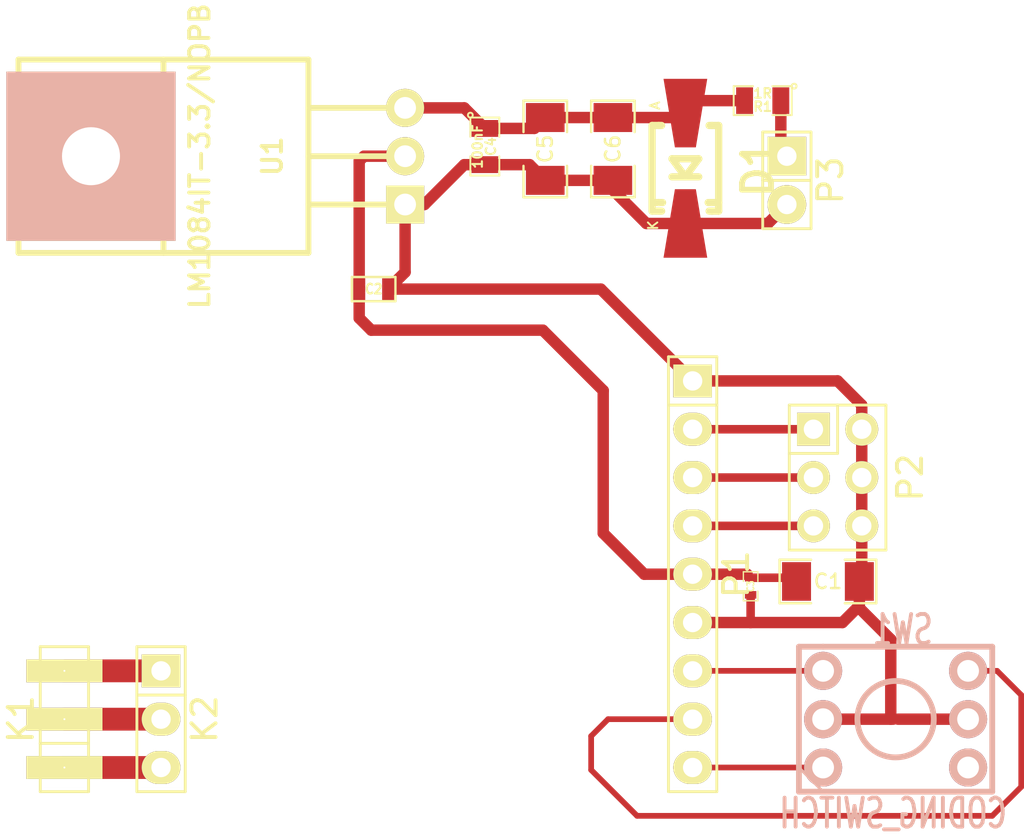
<source format=kicad_pcb>
(kicad_pcb (version 20221018) (generator pcbnew)
  (layers (0 "F.Cu" signal) (31 "B.Cu" signal) (34 "B.Paste" user) (35 "F.Paste" user) (36 "B.SilkS" user) (37 "F.SilkS" user) (38 "B.Mask" user) (39 "F.Mask" user) (44 "Edge.Cuts" user))
  (net 0 "")
  (net 1 "VCC")
  (net 2 "GND")
  (net 3 "Net-(C4-Pad1)")
  (net 4 "Net-(K1-Pad1)")
  (net 5 "Net-(K1-Pad2)")
  (net 6 "Net-(K1-Pad3)")
  (net 7 "Net-(P1-Pad2)")
  (net 8 "Net-(P1-Pad3)")
  (net 9 "Net-(P1-Pad4)")
  (net 10 "Net-(P1-Pad7)")
  (net 11 "Net-(P1-Pad8)")
  (net 12 "Net-(P1-Pad9)")
  (net 13 "Net-(P3-Pad1)")
  (net 14 "Net-(SW1-Pad5)")
  (footprint "SMD_Packages:SMD-1206" (layer "F.Cu") (at 214.122 127.381)
    (fp_text reference "C1" (at 0 0) (layer "F.SilkS") (effects (font (size 0.762 0.762) (thickness 0.127))))
    (fp_text value "100uF" hide)
    (fp_line (start -2.54 -1.143) (end -2.54 1.143) (stroke (width 0.127)) (layer "F.SilkS"))
    (fp_line (start -2.54 1.143) (end -0.889 1.143) (stroke (width 0.127)) (layer "F.SilkS"))
    (fp_line (start -0.889 -1.143) (end -2.54 -1.143) (stroke (width 0.127)) (layer "F.SilkS"))
    (fp_line (start 0.889 -1.143) (end 2.54 -1.143) (stroke (width 0.127)) (layer "F.SilkS"))
    (fp_line (start 2.54 -1.143) (end 2.54 1.143) (stroke (width 0.127)) (layer "F.SilkS"))
    (fp_line (start 2.54 1.143) (end 0.889 1.143) (stroke (width 0.127)) (layer "F.SilkS"))
    (pad "1" smd rect (at -1.651 0) (size 1.524 2.032) (layers "F.Cu" "F.Paste" "F.Mask") (net 1 "VCC"))
    (pad "2" smd rect (at 1.651 0) (size 1.524 2.032) (layers "F.Cu" "F.Paste" "F.Mask") (net 2 "GND"))
  )
  (footprint "SMD_Packages:SMD-0603" (layer "F.Cu") (at 190.246 112.014)
    (fp_text reference "C2" (at 0 0) (layer "F.SilkS") (effects (font (size 0.508 0.4572) (thickness 0.1143))))
    (fp_text value "1uF" hide)
    (fp_line (start -1.143 -0.635) (end 1.143 -0.635) (stroke (width 0.127)) (layer "F.SilkS"))
    (fp_line (start -1.143 0.635) (end -1.143 -0.635) (stroke (width 0.127)) (layer "F.SilkS"))
    (fp_line (start 1.143 -0.635) (end 1.143 0.635) (stroke (width 0.127)) (layer "F.SilkS"))
    (fp_line (start 1.143 0.635) (end -1.143 0.635) (stroke (width 0.127)) (layer "F.SilkS"))
    (pad "1" smd rect (at -0.762 0) (size 0.635 1.143) (layers "F.Cu" "F.Paste" "F.Mask") (net 1 "VCC"))
    (pad "2" smd rect (at 0.762 0) (size 0.635 1.143) (layers "F.Cu" "F.Paste" "F.Mask") (net 2 "GND"))
  )
  (footprint "SMD_Packages:SMD-0402" (layer "F.Cu") (at 210.058 127.635 -90)
    (fp_text reference "C3" (at 0 0 270) (layer "F.SilkS") (effects (font (size 0.35052 0.3048) (thickness 0.07112))))
    (fp_text value "100nF" hide)
    (fp_line (start -0.762 -0.381) (end -0.762 0.381) (stroke (width 0.07112)) (layer "F.SilkS"))
    (fp_line (start -0.762 0.381) (end -0.254 0.381) (stroke (width 0.07112)) (layer "F.SilkS"))
    (fp_line (start -0.254 -0.381) (end -0.762 -0.381) (stroke (width 0.07112)) (layer "F.SilkS"))
    (fp_line (start 0.254 -0.381) (end 0.762 -0.381) (stroke (width 0.07112)) (layer "F.SilkS"))
    (fp_line (start 0.762 -0.381) (end 0.762 0.381) (stroke (width 0.07112)) (layer "F.SilkS"))
    (fp_line (start 0.762 0.381) (end 0.254 0.381) (stroke (width 0.07112)) (layer "F.SilkS"))
    (pad "1" smd rect (at -0.44958 0 270) (size 0.39878 0.59944) (layers "F.Cu" "F.Paste" "F.Mask") (net 1 "VCC"))
    (pad "2" smd rect (at 0.44958 0 270) (size 0.39878 0.59944) (layers "F.Cu" "F.Paste" "F.Mask") (net 2 "GND"))
  )
  (footprint "SMD_Packages:SMD-0805" (layer "F.Cu") (at 196.088 104.521 -90)
    (fp_text reference "C4" (at 0 -0.3175 270) (layer "F.SilkS") (effects (font (size 0.50038 0.50038) (thickness 0.10922))))
    (fp_text value "100nF" (at 0 0.381 270) (layer "F.SilkS") (effects (font (size 0.50038 0.50038) (thickness 0.10922))))
    (fp_line (start -1.524 -0.762) (end -0.508 -0.762) (stroke (width 0.09906)) (layer "F.SilkS"))
    (fp_line (start -1.524 0.762) (end -1.524 -0.762) (stroke (width 0.09906)) (layer "F.SilkS"))
    (fp_line (start -0.508 0.762) (end -1.524 0.762) (stroke (width 0.09906)) (layer "F.SilkS"))
    (fp_line (start 0.508 -0.762) (end 1.524 -0.762) (stroke (width 0.09906)) (layer "F.SilkS"))
    (fp_line (start 1.524 -0.762) (end 1.524 0.762) (stroke (width 0.09906)) (layer "F.SilkS"))
    (fp_line (start 1.524 0.762) (end 0.508 0.762) (stroke (width 0.09906)) (layer "F.SilkS"))
    (fp_circle (center -1.651 0.762) (end -1.651 0.635) (stroke (width 0.09906)) (fill none) (layer "F.SilkS"))
    (pad "1" smd rect (at -0.9525 0 270) (size 0.889 1.397) (layers "F.Cu" "F.Paste" "F.Mask") (net 3 "Net-(C4-Pad1)"))
    (pad "2" smd rect (at 0.9525 0 270) (size 0.889 1.397) (layers "F.Cu" "F.Paste" "F.Mask") (net 2 "GND"))
  )
  (footprint "SMD_Packages:SMD-1206" (layer "F.Cu") (at 199.263 104.648 -90)
    (fp_text reference "C5" (at 0 0 270) (layer "F.SilkS") (effects (font (size 0.762 0.762) (thickness 0.127))))
    (fp_text value "1uF" hide)
    (fp_line (start -2.54 -1.143) (end -2.54 1.143) (stroke (width 0.127)) (layer "F.SilkS"))
    (fp_line (start -2.54 1.143) (end -0.889 1.143) (stroke (width 0.127)) (layer "F.SilkS"))
    (fp_line (start -0.889 -1.143) (end -2.54 -1.143) (stroke (width 0.127)) (layer "F.SilkS"))
    (fp_line (start 0.889 -1.143) (end 2.54 -1.143) (stroke (width 0.127)) (layer "F.SilkS"))
    (fp_line (start 2.54 -1.143) (end 2.54 1.143) (stroke (width 0.127)) (layer "F.SilkS"))
    (fp_line (start 2.54 1.143) (end 0.889 1.143) (stroke (width 0.127)) (layer "F.SilkS"))
    (pad "1" smd rect (at -1.651 0 270) (size 1.524 2.032) (layers "F.Cu" "F.Paste" "F.Mask") (net 3 "Net-(C4-Pad1)"))
    (pad "2" smd rect (at 1.651 0 270) (size 1.524 2.032) (layers "F.Cu" "F.Paste" "F.Mask") (net 2 "GND"))
  )
  (footprint "SMD_Packages:SMD-1206" (layer "F.Cu") (at 202.819 104.648 -90)
    (fp_text reference "C6" (at 0 0 270) (layer "F.SilkS") (effects (font (size 0.762 0.762) (thickness 0.127))))
    (fp_text value "100uF" hide)
    (fp_line (start -2.54 -1.143) (end -2.54 1.143) (stroke (width 0.127)) (layer "F.SilkS"))
    (fp_line (start -2.54 1.143) (end -0.889 1.143) (stroke (width 0.127)) (layer "F.SilkS"))
    (fp_line (start -0.889 -1.143) (end -2.54 -1.143) (stroke (width 0.127)) (layer "F.SilkS"))
    (fp_line (start 0.889 -1.143) (end 2.54 -1.143) (stroke (width 0.127)) (layer "F.SilkS"))
    (fp_line (start 2.54 -1.143) (end 2.54 1.143) (stroke (width 0.127)) (layer "F.SilkS"))
    (fp_line (start 2.54 1.143) (end 0.889 1.143) (stroke (width 0.127)) (layer "F.SilkS"))
    (pad "1" smd rect (at -1.651 0 270) (size 1.524 2.032) (layers "F.Cu" "F.Paste" "F.Mask") (net 3 "Net-(C4-Pad1)"))
    (pad "2" smd rect (at 1.651 0 270) (size 1.524 2.032) (layers "F.Cu" "F.Paste" "F.Mask") (net 2 "GND"))
  )
  (footprint "Diodes_SMD:Diode-Universal-SMA-SMB_Handsoldering" (layer "F.Cu") (at 206.629 105.664 -90)
    (fp_text reference "D1" (at 0 -3.81 270) (layer "F.SilkS") (effects (font (size 1.524 1.524) (thickness 0.3048))))
    (fp_text value "TVS" hide)
    (fp_text user "K" (at 2.99974 1.69926 270) (layer "F.SilkS") (effects (font (size 0.50038 0.50038) (thickness 0.09906))))
    (fp_text user "A" (at -3.29946 1.6002 270) (layer "F.SilkS") (effects (font (size 0.50038 0.50038) (thickness 0.09906))))
    (fp_line (start -2.25044 -1.75006) (end -2.25044 -1.39954) (stroke (width 0.381)) (layer "F.SilkS"))
    (fp_line (start -2.25044 -1.75006) (end 2.25044 -1.75006) (stroke (width 0.381)) (layer "F.SilkS"))
    (fp_line (start -2.25044 -1.39954) (end -2.25044 -1.24968) (stroke (width 0.381)) (layer "F.SilkS"))
    (fp_line (start -2.25044 1.39954) (end -2.25044 1.24968) (stroke (width 0.381)) (layer "F.SilkS"))
    (fp_line (start -2.25044 1.75006) (end -2.25044 1.39954) (stroke (width 0.381)) (layer "F.SilkS"))
    (fp_line (start -2.25044 1.75006) (end 2.25044 1.75006) (stroke (width 0.381)) (layer "F.SilkS"))
    (fp_line (start -0.50038 -0.70104) (end -0.50038 0.70104) (stroke (width 0.381)) (layer "F.SilkS"))
    (fp_line (start -0.50038 0.70104) (end 0.44958 0) (stroke (width 0.381)) (layer "F.SilkS"))
    (fp_line (start 0.44958 -0.70104) (end 0.44958 0.70104) (stroke (width 0.381)) (layer "F.SilkS"))
    (fp_line (start 0.44958 0) (end -0.50038 -0.70104) (stroke (width 0.381)) (layer "F.SilkS"))
    (fp_line (start 1.80086 -1.75006) (end 1.80086 -1.39954) (stroke (width 0.381)) (layer "F.SilkS"))
    (fp_line (start 1.80086 -1.34874) (end 1.80086 -1.19888) (stroke (width 0.381)) (layer "F.SilkS"))
    (fp_line (start 1.80086 1.39954) (end 1.80086 1.19888) (stroke (width 0.381)) (layer "F.SilkS"))
    (fp_line (start 1.80086 1.75006) (end 1.80086 1.39954) (stroke (width 0.381)) (layer "F.SilkS"))
    (fp_line (start 2.25044 -1.75006) (end 2.25044 -1.39954) (stroke (width 0.381)) (layer "F.SilkS"))
    (fp_line (start 2.25044 -1.39954) (end 2.25044 -1.24968) (stroke (width 0.381)) (layer "F.SilkS"))
    (fp_line (start 2.25044 1.34874) (end 2.25044 1.24968) (stroke (width 0.381)) (layer "F.SilkS"))
    (fp_line (start 2.25044 1.75006) (end 2.25044 1.39954) (stroke (width 0.381)) (layer "F.SilkS"))
    (pad "1" smd trapezoid (at -2.90068 0 270) (size 3.60172 1.69926) (rect_delta 0.59944 0) (layers "F.Cu" "F.Paste" "F.Mask") (net 3 "Net-(C4-Pad1)"))
    (pad "2" smd trapezoid (at 2.90068 0 90) (size 3.60172 1.69926) (rect_delta 0.59944 0) (layers "F.Cu" "F.Paste" "F.Mask") (net 2 "GND"))
  )
  (footprint "Pin_Headers:Pin_Header_Straight_1x03" (layer "F.Cu") (at 173.99 134.62 90)
    (fp_text reference "K1" (at 0 -2.286 90) (layer "F.SilkS") (effects (font (size 1.27 1.27) (thickness 0.2032))))
    (fp_text value "CONN_3" hide)
    (fp_line (start -3.81 -1.27) (end -3.81 1.27) (stroke (width 0.15)) (layer "F.SilkS"))
    (fp_line (start -3.81 -1.27) (end -1.27 -1.27) (stroke (width 0.15)) (layer "F.SilkS"))
    (fp_line (start -3.81 1.27) (end -1.27 1.27) (stroke (width 0.15)) (layer "F.SilkS"))
    (fp_line (start -1.27 -1.27) (end -1.27 1.27) (stroke (width 0.15)) (layer "F.SilkS"))
    (fp_line (start -1.27 1.27) (end 3.81 1.27) (stroke (width 0.15)) (layer "F.SilkS"))
    (fp_line (start 3.81 -1.27) (end -1.27 -1.27) (stroke (width 0.15)) (layer "F.SilkS"))
    (fp_line (start 3.81 1.27) (end 3.81 -1.27) (stroke (width 0.15)) (layer "F.SilkS"))
    (pad "1" thru_hole rect (at -2.54 0 90) (size 1.2 4) (drill 0.1) (layers "*.Cu" "*.Mask" "F.SilkS") (net 4 "Net-(K1-Pad1)"))
    (pad "2" thru_hole rect (at 0 0 90) (size 1.2 4) (drill 0.1) (layers "*.Cu" "*.Mask" "F.SilkS") (net 5 "Net-(K1-Pad2)"))
    (pad "3" thru_hole rect (at 2.54 0 90) (size 1.2 4) (drill 0.1) (layers "*.Cu" "*.Mask" "F.SilkS") (net 6 "Net-(K1-Pad3)"))
  )
  (footprint "Pin_Headers:Pin_Header_Straight_1x03" (layer "F.Cu") (at 179.07 134.62 -90)
    (fp_text reference "K2" (at 0 -2.286 270) (layer "F.SilkS") (effects (font (size 1.27 1.27) (thickness 0.2032))))
    (fp_text value "CONN_3" hide)
    (fp_line (start -3.81 -1.27) (end -3.81 1.27) (stroke (width 0.15)) (layer "F.SilkS"))
    (fp_line (start -3.81 -1.27) (end -1.27 -1.27) (stroke (width 0.15)) (layer "F.SilkS"))
    (fp_line (start -3.81 1.27) (end -1.27 1.27) (stroke (width 0.15)) (layer "F.SilkS"))
    (fp_line (start -1.27 -1.27) (end -1.27 1.27) (stroke (width 0.15)) (layer "F.SilkS"))
    (fp_line (start -1.27 1.27) (end 3.81 1.27) (stroke (width 0.15)) (layer "F.SilkS"))
    (fp_line (start 3.81 -1.27) (end -1.27 -1.27) (stroke (width 0.15)) (layer "F.SilkS"))
    (fp_line (start 3.81 1.27) (end 3.81 -1.27) (stroke (width 0.15)) (layer "F.SilkS"))
    (pad "1" thru_hole rect (at -2.54 0 270) (size 1.7272 2.032) (drill 1.016) (layers "*.Cu" "*.Mask" "F.SilkS") (net 6 "Net-(K1-Pad3)"))
    (pad "2" thru_hole oval (at 0 0 270) (size 1.7272 2.032) (drill 1.016) (layers "*.Cu" "*.Mask" "F.SilkS") (net 5 "Net-(K1-Pad2)"))
    (pad "3" thru_hole oval (at 2.54 0 270) (size 1.7272 2.032) (drill 1.016) (layers "*.Cu" "*.Mask" "F.SilkS") (net 4 "Net-(K1-Pad1)"))
  )
  (footprint "Pin_Headers:Pin_Header_Straight_1x09" (layer "F.Cu") (at 207.01 127 -90)
    (fp_text reference "P1" (at 0 -2.286 270) (layer "F.SilkS") (effects (font (size 1.27 1.27) (thickness 0.2032))))
    (fp_text value "CONN_9" hide)
    (fp_line (start -11.43 -1.27) (end -11.43 1.27) (stroke (width 0.15)) (layer "F.SilkS"))
    (fp_line (start -11.43 -1.27) (end -8.89 -1.27) (stroke (width 0.15)) (layer "F.SilkS"))
    (fp_line (start -11.43 1.27) (end -8.89 1.27) (stroke (width 0.15)) (layer "F.SilkS"))
    (fp_line (start -8.89 -1.27) (end -8.89 1.27) (stroke (width 0.15)) (layer "F.SilkS"))
    (fp_line (start -8.89 -1.27) (end 11.43 -1.27) (stroke (width 0.15)) (layer "F.SilkS"))
    (fp_line (start 11.43 -1.27) (end 11.43 1.27) (stroke (width 0.15)) (layer "F.SilkS"))
    (fp_line (start 11.43 1.27) (end -8.89 1.27) (stroke (width 0.15)) (layer "F.SilkS"))
    (pad "1" thru_hole rect (at -10.16 0 270) (size 1.7272 2.032) (drill 1.016) (layers "*.Cu" "*.Mask" "F.SilkS") (net 2 "GND"))
    (pad "2" thru_hole oval (at -7.62 0 270) (size 1.7272 2.032) (drill 1.016) (layers "*.Cu" "*.Mask" "F.SilkS") (net 7 "Net-(P1-Pad2)"))
    (pad "3" thru_hole oval (at -5.08 0 270) (size 1.7272 2.032) (drill 1.016) (layers "*.Cu" "*.Mask" "F.SilkS") (net 8 "Net-(P1-Pad3)"))
    (pad "4" thru_hole oval (at -2.54 0 270) (size 1.7272 2.032) (drill 1.016) (layers "*.Cu" "*.Mask" "F.SilkS") (net 9 "Net-(P1-Pad4)"))
    (pad "5" thru_hole oval (at 0 0 270) (size 1.7272 2.032) (drill 1.016) (layers "*.Cu" "*.Mask" "F.SilkS") (net 1 "VCC"))
    (pad "6" thru_hole oval (at 2.54 0 270) (size 1.7272 2.032) (drill 1.016) (layers "*.Cu" "*.Mask" "F.SilkS") (net 2 "GND"))
    (pad "7" thru_hole oval (at 5.08 0 270) (size 1.7272 2.032) (drill 1.016) (layers "*.Cu" "*.Mask" "F.SilkS") (net 10 "Net-(P1-Pad7)"))
    (pad "8" thru_hole oval (at 7.62 0 270) (size 1.7272 2.032) (drill 1.016) (layers "*.Cu" "*.Mask" "F.SilkS") (net 11 "Net-(P1-Pad8)"))
    (pad "9" thru_hole oval (at 10.16 0 270) (size 1.7272 2.032) (drill 1.016) (layers "*.Cu" "*.Mask" "F.SilkS") (net 12 "Net-(P1-Pad9)"))
  )
  (footprint "Pin_Headers:Pin_Header_Straight_2x03" (layer "F.Cu") (at 214.63 121.92 -90)
    (fp_text reference "P2" (at 0 -3.81 270) (layer "F.SilkS") (effects (font (size 1.27 1.27) (thickness 0.2032))))
    (fp_text value "CONN_3X2" hide)
    (fp_line (start -3.81 -2.54) (end -3.81 0) (stroke (width 0.15)) (layer "F.SilkS"))
    (fp_line (start -3.81 0) (end -1.27 0) (stroke (width 0.15)) (layer "F.SilkS"))
    (fp_line (start -3.81 2.54) (end -3.81 0) (stroke (width 0.15)) (layer "F.SilkS"))
    (fp_line (start -3.81 2.54) (end 3.81 2.54) (stroke (width 0.15)) (layer "F.SilkS"))
    (fp_line (start -1.27 -2.54) (end -3.81 -2.54) (stroke (width 0.15)) (layer "F.SilkS"))
    (fp_line (start -1.27 0) (end -1.27 2.54) (stroke (width 0.15)) (layer "F.SilkS"))
    (fp_line (start 3.81 -2.54) (end -1.27 -2.54) (stroke (width 0.15)) (layer "F.SilkS"))
    (fp_line (start 3.81 2.54) (end 3.81 -2.54) (stroke (width 0.15)) (layer "F.SilkS"))
    (pad "1" thru_hole rect (at -2.54 1.27 270) (size 1.7272 1.7272) (drill 1.016) (layers "*.Cu" "*.Mask" "F.SilkS") (net 7 "Net-(P1-Pad2)"))
    (pad "2" thru_hole oval (at -2.54 -1.27 270) (size 1.7272 1.7272) (drill 1.016) (layers "*.Cu" "*.Mask" "F.SilkS") (net 2 "GND"))
    (pad "3" thru_hole oval (at 0 1.27 270) (size 1.7272 1.7272) (drill 1.016) (layers "*.Cu" "*.Mask" "F.SilkS") (net 8 "Net-(P1-Pad3)"))
    (pad "4" thru_hole oval (at 0 -1.27 270) (size 1.7272 1.7272) (drill 1.016) (layers "*.Cu" "*.Mask" "F.SilkS") (net 2 "GND"))
    (pad "5" thru_hole oval (at 2.54 1.27 270) (size 1.7272 1.7272) (drill 1.016) (layers "*.Cu" "*.Mask" "F.SilkS") (net 9 "Net-(P1-Pad4)"))
    (pad "6" thru_hole oval (at 2.54 -1.27 270) (size 1.7272 1.7272) (drill 1.016) (layers "*.Cu" "*.Mask" "F.SilkS") (net 2 "GND"))
  )
  (footprint "Pin_Headers:Pin_Header_Straight_1x02" (layer "F.Cu") (at 211.963 106.299 -90)
    (fp_text reference "P3" (at 0 -2.286 270) (layer "F.SilkS") (effects (font (size 1.27 1.27) (thickness 0.2032))))
    (fp_text value "CONN_2" hide)
    (fp_line (start -2.54 -1.27) (end -2.54 1.27) (stroke (width 0.15)) (layer "F.SilkS"))
    (fp_line (start -2.54 1.27) (end 0 1.27) (stroke (width 0.15)) (layer "F.SilkS"))
    (fp_line (start 0 -1.27) (end 0 1.27) (stroke (width 0.15)) (layer "F.SilkS"))
    (fp_line (start 0 1.27) (end 2.54 1.27) (stroke (width 0.15)) (layer "F.SilkS"))
    (fp_line (start 2.54 -1.27) (end -2.54 -1.27) (stroke (width 0.15)) (layer "F.SilkS"))
    (fp_line (start 2.54 1.27) (end 2.54 -1.27) (stroke (width 0.15)) (layer "F.SilkS"))
    (pad "1" thru_hole rect (at -1.27 0 270) (size 2.032 2.032) (drill 1.016) (layers "*.Cu" "*.Mask" "F.SilkS") (net 13 "Net-(P3-Pad1)"))
    (pad "2" thru_hole oval (at 1.27 0 270) (size 2.032 2.032) (drill 1.016) (layers "*.Cu" "*.Mask" "F.SilkS") (net 2 "GND"))
  )
  (footprint "SMD_Packages:SMD-0805" (layer "F.Cu") (at 210.693 102.108 180)
    (fp_text reference "R1" (at 0 -0.3175 180) (layer "F.SilkS") (effects (font (size 0.50038 0.50038) (thickness 0.10922))))
    (fp_text value "1R" (at 0 0.381 180) (layer "F.SilkS") (effects (font (size 0.50038 0.50038) (thickness 0.10922))))
    (fp_line (start -1.524 -0.762) (end -0.508 -0.762) (stroke (width 0.09906)) (layer "F.SilkS"))
    (fp_line (start -1.524 0.762) (end -1.524 -0.762) (stroke (width 0.09906)) (layer "F.SilkS"))
    (fp_line (start -0.508 0.762) (end -1.524 0.762) (stroke (width 0.09906)) (layer "F.SilkS"))
    (fp_line (start 0.508 -0.762) (end 1.524 -0.762) (stroke (width 0.09906)) (layer "F.SilkS"))
    (fp_line (start 1.524 -0.762) (end 1.524 0.762) (stroke (width 0.09906)) (layer "F.SilkS"))
    (fp_line (start 1.524 0.762) (end 0.508 0.762) (stroke (width 0.09906)) (layer "F.SilkS"))
    (fp_circle (center -1.651 0.762) (end -1.651 0.635) (stroke (width 0.09906)) (fill none) (layer "F.SilkS"))
    (pad "1" smd rect (at -0.9525 0 180) (size 0.889 1.397) (layers "F.Cu" "F.Paste" "F.Mask") (net 13 "Net-(P3-Pad1)"))
    (pad "2" smd rect (at 0.9525 0 180) (size 0.889 1.397) (layers "F.Cu" "F.Paste" "F.Mask") (net 3 "Net-(C4-Pad1)"))
  )
  (footprint "Toni:TO220_123" (layer "F.Cu") (at 191.897 105.029 180)
    (fp_text reference "U1" (at 6.985 0 270) (layer "F.SilkS") (effects (font (size 1.016 1.016) (thickness 0.2032))))
    (fp_text value "LM1084IT-3.3/NOPB" (at 10.795 0 270) (layer "F.SilkS") (effects (font (size 1.016 1.016) (thickness 0.2032))))
    (fp_line (start 0 -2.54) (end 5.08 -2.54) (stroke (width 0.3048)) (layer "F.SilkS"))
    (fp_line (start 0 0) (end 5.08 0) (stroke (width 0.3048)) (layer "F.SilkS"))
    (fp_line (start 0 2.54) (end 5.08 2.54) (stroke (width 0.3048)) (layer "F.SilkS"))
    (fp_line (start 5.08 -5.08) (end 5.08 5.08) (stroke (width 0.3048)) (layer "F.SilkS"))
    (fp_line (start 5.08 5.08) (end 20.32 5.08) (stroke (width 0.3048)) (layer "F.SilkS"))
    (fp_line (start 12.7 3.81) (end 12.7 -5.08) (stroke (width 0.3048)) (layer "F.SilkS"))
    (fp_line (start 12.7 3.81) (end 12.7 5.08) (stroke (width 0.3048)) (layer "F.SilkS"))
    (fp_line (start 20.32 -5.08) (end 5.08 -5.08) (stroke (width 0.3048)) (layer "F.SilkS"))
    (fp_line (start 20.32 5.08) (end 20.32 -5.08) (stroke (width 0.3048)) (layer "F.SilkS"))
    (pad "1" thru_hole rect (at 0 -2.54 180) (size 2 2) (drill 1.143) (layers "*.Cu" "*.Mask" "F.SilkS") (net 2 "GND"))
    (pad "2" thru_hole circle (at 0 0 180) (size 2 2) (drill 1.143) (layers "*.Cu" "*.Mask" "F.SilkS") (net 1 "VCC"))
    (pad "2" thru_hole rect (at 16.51 0 180) (size 8.89 8.89) (drill 3.048) (layers "*.Cu" "*.SilkS" "*.Mask") (net 1 "VCC"))
    (pad "3" thru_hole circle (at 0 2.54 180) (size 2 2) (drill 1.143) (layers "*.Cu" "*.Mask" "F.SilkS") (net 3 "Net-(C4-Pad1)"))
  )
  (footprint "Toni:KDR_10" (layer "B.Cu") (at 217.678 134.62)
    (fp_text reference "SW1" (at 0.381 -4.699) (layer "B.SilkS") (effects (font (size 1.524 1.016) (thickness 0.2032)) (justify mirror)))
    (fp_text value "CODING_SWITCH" (at -0.127 4.953) (layer "B.SilkS") (effects (font (size 1.524 1.016) (thickness 0.2032)) (justify mirror)))
    (fp_line (start -5.08 -3.81) (end -3.81 -3.81) (stroke (width 0.3048)) (layer "B.SilkS"))
    (fp_line (start -5.08 2.54) (end -3.81 3.81) (stroke (width 0.15)) (layer "B.SilkS"))
    (fp_line (start -5.08 3.81) (end -5.08 -3.81) (stroke (width 0.3048)) (layer "B.SilkS"))
    (fp_line (start -3.81 -3.81) (end 5.08 -3.81) (stroke (width 0.3048)) (layer "B.SilkS"))
    (fp_line (start 5.08 -3.81) (end 5.08 3.81) (stroke (width 0.3048)) (layer "B.SilkS"))
    (fp_line (start 5.08 3.81) (end -5.08 3.81) (stroke (width 0.3048)) (layer "B.SilkS"))
    (fp_circle (center 0 0) (end 1.905 -0.635) (stroke (width 0.3048)) (fill none) (layer "B.SilkS"))
    (pad "1" thru_hole circle (at -3.81 0) (size 2 2) (drill 1.143) (layers "*.Cu" "*.Mask" "B.SilkS") (net 2 "GND"))
    (pad "1" thru_hole circle (at 3.81 0) (size 2 2) (drill 1.143) (layers "*.Cu" "*.Mask" "B.SilkS") (net 2 "GND"))
    (pad "2" thru_hole circle (at -3.81 2.54) (size 2 2) (drill 1.143) (layers "*.Cu" "*.Mask" "B.SilkS") (net 12 "Net-(P1-Pad9)"))
    (pad "3" thru_hole circle (at 3.81 -2.54) (size 2 2) (drill 1.143) (layers "*.Cu" "*.Mask" "B.SilkS") (net 11 "Net-(P1-Pad8)"))
    (pad "4" thru_hole circle (at -3.81 -2.54) (size 2 2) (drill 1.143) (layers "*.Cu" "*.Mask" "B.SilkS") (net 10 "Net-(P1-Pad7)"))
    (pad "5" thru_hole circle (at 3.81 2.54) (size 2 2) (drill 1.143) (layers "*.Cu" "*.Mask" "B.SilkS") (net 14 "Net-(SW1-Pad5)"))
  )
  (segment (start 209.87258 127) (end 210.058 127.18542) (width 0.3) (layer "F.Cu") (net 1))
  (segment (start 189.738 105.029) (end 189.484 105.283) (width 0.6) (layer "F.Cu") (net 1))
  (segment (start 189.484 105.283) (end 189.484 112.014) (width 0.6) (layer "F.Cu") (net 1))
  (segment (start 189.484 113.538) (end 190.119 114.173) (width 0.6) (layer "F.Cu") (net 1))
  (segment (start 190.119 114.173) (end 199.136 114.173) (width 0.6) (layer "F.Cu") (net 1))
  (segment (start 199.136 114.173) (end 202.311 117.348) (width 0.6) (layer "F.Cu") (net 1))
  (segment (start 202.311 117.348) (end 202.311 124.841) (width 0.6) (layer "F.Cu") (net 1))
  (segment (start 202.311 124.841) (end 204.47 127) (width 0.6) (layer "F.Cu") (net 1))
  (segment (start 204.47 127) (end 207.01 127) (width 0.6) (layer "F.Cu") (net 1))
  (segment (start 212.27542 127.18542) (end 212.471 127.381) (width 0.45) (layer "F.Cu") (net 1))
  (segment (start 191.897 105.029) (end 189.738 105.029) (width 0.6) (layer "F.Cu") (net 1))
  (segment (start 207.01 127) (end 209.87258 127) (width 0.6) (layer "F.Cu") (net 1))
  (segment (start 189.484 112.014) (end 189.484 113.538) (width 0.6) (layer "F.Cu") (net 1))
  (segment (start 210.058 127.18542) (end 212.27542 127.18542) (width 0.45) (layer "F.Cu") (net 1))
  (segment (start 214.63 116.84) (end 215.9 118.11) (width 0.6) (layer "F.Cu") (net 2))
  (segment (start 215.9 118.11) (end 215.9 119.38) (width 0.6) (layer "F.Cu") (net 2))
  (segment (start 217.805 134.62) (end 221.488 134.62) (width 0.6) (layer "F.Cu") (net 2))
  (segment (start 202.819 106.807) (end 204.57668 108.56468) (width 0.6) (layer "F.Cu") (net 2))
  (segment (start 204.57668 108.56468) (end 206.629 108.56468) (width 0.6) (layer "F.Cu") (net 2))
  (segment (start 210.96732 108.56468) (end 211.963 107.569) (width 0.6) (layer "F.Cu") (net 2))
  (segment (start 198.4375 105.4735) (end 199.263 106.299) (width 0.6) (layer "F.Cu") (net 2))
  (segment (start 192.913 107.569) (end 195.0085 105.4735) (width 0.6) (layer "F.Cu") (net 2))
  (segment (start 195.0085 105.4735) (end 196.088 105.4735) (width 0.6) (layer "F.Cu") (net 2))
  (segment (start 191.897 111.125) (end 191.008 112.014) (width 0.6) (layer "F.Cu") (net 2))
  (segment (start 202.184 112.014) (end 207.01 116.84) (width 0.6) (layer "F.Cu") (net 2))
  (segment (start 214.884 129.54) (end 215.773 128.651) (width 0.6) (layer "F.Cu") (net 2))
  (segment (start 215.773 128.651) (end 215.773 128.778) (width 0.45) (layer "F.Cu") (net 2))
  (segment (start 215.773 128.778) (end 215.773 127.381) (width 0.6) (layer "F.Cu") (net 2))
  (segment (start 217.424 130.429) (end 217.424 134.62) (width 0.6) (layer "F.Cu") (net 2))
  (segment (start 217.424 134.62) (end 217.551 134.62) (width 0.45) (layer "F.Cu") (net 2))
  (segment (start 217.551 134.62) (end 217.805 134.62) (width 0.3) (layer "F.Cu") (net 2))
  (segment (start 215.9 127.254) (end 215.773 127.381) (width 0.45) (layer "F.Cu") (net 2))
  (segment (start 191.008 112.014) (end 202.184 112.014) (width 0.6) (layer "F.Cu") (net 2))
  (segment (start 210.058 129.54) (end 214.884 129.54) (width 0.6) (layer "F.Cu") (net 2))
  (segment (start 207.01 129.54) (end 210.058 129.54) (width 0.6) (layer "F.Cu") (net 2))
  (segment (start 199.263 106.299) (end 202.819 106.299) (width 0.6) (layer "F.Cu") (net 2))
  (segment (start 213.868 134.62) (end 217.551 134.62) (width 0.6) (layer "F.Cu") (net 2))
  (segment (start 207.01 116.84) (end 214.63 116.84) (width 0.6) (layer "F.Cu") (net 2))
  (segment (start 215.9 124.46) (end 215.9 121.92) (width 0.6) (layer "F.Cu") (net 2))
  (segment (start 202.819 106.299) (end 202.819 106.807) (width 0.3) (layer "F.Cu") (net 2))
  (segment (start 215.773 128.778) (end 217.424 130.429) (width 0.6) (layer "F.Cu") (net 2))
  (segment (start 196.088 105.4735) (end 198.4375 105.4735) (width 0.6) (layer "F.Cu") (net 2))
  (segment (start 215.9 124.46) (end 215.9 127.254) (width 0.6) (layer "F.Cu") (net 2))
  (segment (start 191.897 107.569) (end 191.897 111.125) (width 0.6) (layer "F.Cu") (net 2))
  (segment (start 191.897 107.569) (end 192.913 107.569) (width 0.6) (layer "F.Cu") (net 2))
  (segment (start 210.058 128.08458) (end 210.058 129.54) (width 0.45) (layer "F.Cu") (net 2))
  (segment (start 215.9 121.92) (end 215.9 119.38) (width 0.6) (layer "F.Cu") (net 2))
  (segment (start 206.629 108.56468) (end 210.96732 108.56468) (width 0.6) (layer "F.Cu") (net 2))
  (segment (start 207.28432 102.108) (end 206.629 102.76332) (width 0.3) (layer "F.Cu") (net 3))
  (segment (start 206.39532 102.997) (end 206.629 102.76332) (width 0.3) (layer "F.Cu") (net 3))
  (segment (start 198.6915 103.5685) (end 199.263 102.997) (width 0.6) (layer "F.Cu") (net 3))
  (segment (start 195.0085 102.489) (end 196.088 103.5685) (width 0.6) (layer "F.Cu") (net 3))
  (segment (start 202.819 102.997) (end 199.263 102.997) (width 0.6) (layer "F.Cu") (net 3))
  (segment (start 209.7405 102.108) (end 207.28432 102.108) (width 0.6) (layer "F.Cu") (net 3))
  (segment (start 202.819 102.997) (end 206.39532 102.997) (width 0.6) (layer "F.Cu") (net 3))
  (segment (start 196.088 103.5685) (end 198.6915 103.5685) (width 0.6) (layer "F.Cu") (net 3))
  (segment (start 191.897 102.489) (end 195.0085 102.489) (width 0.6) (layer "F.Cu") (net 3))
  (segment (start 173.99 137.16) (end 179.07 137.16) (width 1.2) (layer "F.Cu") (net 4))
  (segment (start 173.99 134.62) (end 179.07 134.62) (width 1.2) (layer "F.Cu") (net 5))
  (segment (start 179.07 132.08) (end 173.99 132.08) (width 1.2) (layer "F.Cu") (net 6))
  (segment (start 207.01 119.38) (end 213.36 119.38) (width 0.45) (layer "F.Cu") (net 7))
  (segment (start 213.36 121.92) (end 207.01 121.92) (width 0.45) (layer "F.Cu") (net 8))
  (segment (start 207.01 124.46) (end 213.36 124.46) (width 0.45) (layer "F.Cu") (net 9))
  (segment (start 207.01 132.08) (end 213.868 132.08) (width 0.3) (layer "F.Cu") (net 10))
  (segment (start 202.565 134.62) (end 201.676 135.509) (width 0.3) (layer "F.Cu") (net 11))
  (segment (start 201.676 135.509) (end 201.676 137.287) (width 0.3) (layer "F.Cu") (net 11))
  (segment (start 201.676 137.287) (end 204.089 139.7) (width 0.3) (layer "F.Cu") (net 11))
  (segment (start 204.089 139.7) (end 222.758 139.7) (width 0.3) (layer "F.Cu") (net 11))
  (segment (start 222.758 139.7) (end 224.282 138.176) (width 0.3) (layer "F.Cu") (net 11))
  (segment (start 224.282 138.176) (end 224.282 133.35) (width 0.3) (layer "F.Cu") (net 11))
  (segment (start 224.282 133.35) (end 223.012 132.08) (width 0.3) (layer "F.Cu") (net 11))
  (segment (start 223.012 132.08) (end 221.488 132.08) (width 0.3) (layer "F.Cu") (net 11))
  (segment (start 207.01 134.62) (end 202.565 134.62) (width 0.3) (layer "F.Cu") (net 11))
  (segment (start 207.01 137.16) (end 213.868 137.16) (width 0.3) (layer "F.Cu") (net 12))
  (segment (start 211.6455 104.7115) (end 211.963 105.029) (width 0.3) (layer "F.Cu") (net 13))
  (segment (start 211.6455 102.108) (end 211.6455 104.7115) (width 0.6) (layer "F.Cu") (net 13))
)
</source>
